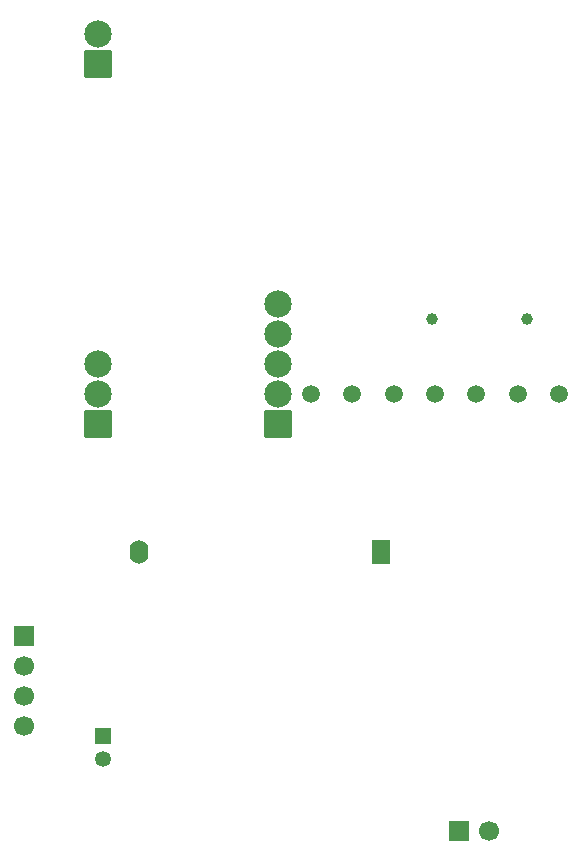
<source format=gbs>
G04 #@! TF.GenerationSoftware,KiCad,Pcbnew,9.0.3*
G04 #@! TF.CreationDate,2025-08-23T15:15:08+02:00*
G04 #@! TF.ProjectId,fw-anwesenheit,66772d61-6e77-4657-9365-6e686569742e,rev?*
G04 #@! TF.SameCoordinates,Original*
G04 #@! TF.FileFunction,Soldermask,Bot*
G04 #@! TF.FilePolarity,Negative*
%FSLAX46Y46*%
G04 Gerber Fmt 4.6, Leading zero omitted, Abs format (unit mm)*
G04 Created by KiCad (PCBNEW 9.0.3) date 2025-08-23 15:15:08*
%MOMM*%
%LPD*%
G01*
G04 APERTURE LIST*
G04 Aperture macros list*
%AMRoundRect*
0 Rectangle with rounded corners*
0 $1 Rounding radius*
0 $2 $3 $4 $5 $6 $7 $8 $9 X,Y pos of 4 corners*
0 Add a 4 corners polygon primitive as box body*
4,1,4,$2,$3,$4,$5,$6,$7,$8,$9,$2,$3,0*
0 Add four circle primitives for the rounded corners*
1,1,$1+$1,$2,$3*
1,1,$1+$1,$4,$5*
1,1,$1+$1,$6,$7*
1,1,$1+$1,$8,$9*
0 Add four rect primitives between the rounded corners*
20,1,$1+$1,$2,$3,$4,$5,0*
20,1,$1+$1,$4,$5,$6,$7,0*
20,1,$1+$1,$6,$7,$8,$9,0*
20,1,$1+$1,$8,$9,$2,$3,0*%
G04 Aperture macros list end*
%ADD10R,1.350000X1.350000*%
%ADD11C,1.350000*%
%ADD12C,2.304000*%
%ADD13RoundRect,0.102000X-1.050000X1.050000X-1.050000X-1.050000X1.050000X-1.050000X1.050000X1.050000X0*%
%ADD14C,1.000000*%
%ADD15C,1.500000*%
%ADD16R,1.600000X2.000000*%
%ADD17O,1.600000X2.000000*%
%ADD18R,1.700000X1.700000*%
%ADD19C,1.700000*%
G04 APERTURE END LIST*
D10*
X89916000Y-118888000D03*
D11*
X89916000Y-120888000D03*
D12*
X89500000Y-59520000D03*
D13*
X89500000Y-62060000D03*
D12*
X104740000Y-87460000D03*
X104740000Y-84920000D03*
X89500000Y-87460000D03*
D13*
X89500000Y-92540000D03*
D12*
X104740000Y-90000000D03*
D13*
X104740000Y-92540000D03*
D12*
X104740000Y-82380000D03*
X89500000Y-90000000D03*
D14*
X125750000Y-83600000D03*
X117750000Y-83600000D03*
D15*
X107500000Y-90000000D03*
X111000000Y-90000000D03*
X128500000Y-90000000D03*
D16*
X113411000Y-103378000D03*
D17*
X92911000Y-103378000D03*
D15*
X125000000Y-90000000D03*
D18*
X120010000Y-127000000D03*
D19*
X122550000Y-127000000D03*
D15*
X114500000Y-90000000D03*
D18*
X83185000Y-110490000D03*
D19*
X83185000Y-113030000D03*
X83185000Y-115570000D03*
X83185000Y-118110000D03*
D15*
X121500000Y-90000000D03*
X118000000Y-90000000D03*
M02*

</source>
